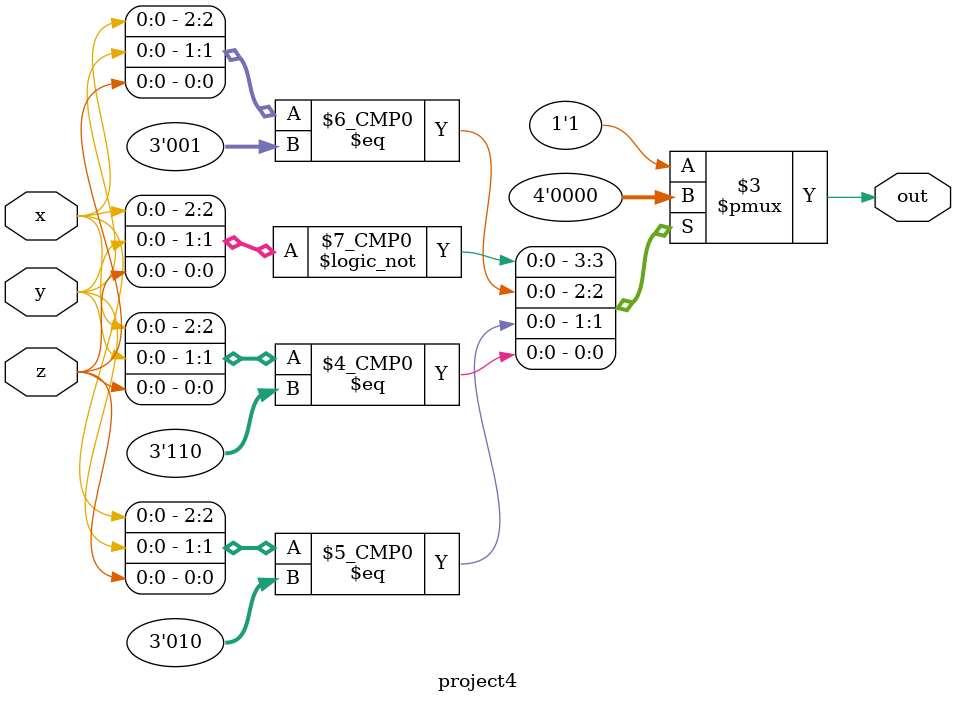
<source format=v>
module project4
(
  input x, y, z,
  output reg out
);

always@(*)
begin
  case ({x, y, z})
  3'b000: begin out = 0; end
  3'b001: begin out = 0; end
  3'b010: begin out = 0; end
  3'b110: begin out = 0; end
  default: begin out = 1; end
  endcase
end

endmodule

</source>
